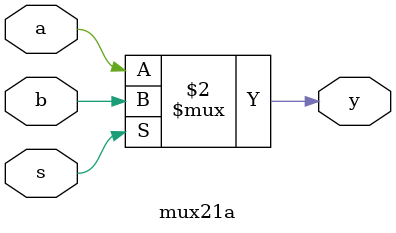
<source format=v>
module mux21a(a, b, s, y);
	input a, b, s;
	output y;
	assign y = (s==0) ? a:b;
endmodule

</source>
